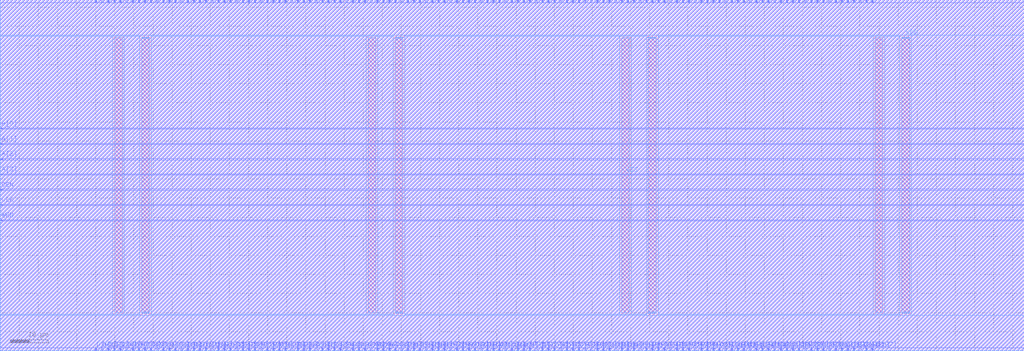
<source format=lef>
##
## LEF for PtnCells ;
## created by Innovus v15.23-s045_1 on Fri Mar 21 14:36:27 2025
##

VERSION 5.8 ;

BUSBITCHARS "[]" ;
DIVIDERCHAR "/" ;

MACRO sram_w16
  CLASS BLOCK ;
  SIZE 268.0000 BY 92.0000 ;
  FOREIGN sram_w16 0.0000 0.0000 ;
  ORIGIN 0 0 ;
  SYMMETRY X Y R90 ;
  PIN CLK
    DIRECTION INPUT ;
    USE SIGNAL ;
    PORT
      LAYER M3 ;
        RECT 0.0000 38.1500 0.6000 38.2500 ;
    END
  END CLK
  PIN D[127]
    DIRECTION INPUT ;
    USE SIGNAL ;
    PORT
      LAYER M3 ;
        RECT 228.2500 0.0000 228.3500 0.6000 ;
    END
  END D[127]
  PIN D[126]
    DIRECTION INPUT ;
    USE SIGNAL ;
    PORT
      LAYER M3 ;
        RECT 226.6500 0.0000 226.7500 0.6000 ;
    END
  END D[126]
  PIN D[125]
    DIRECTION INPUT ;
    USE SIGNAL ;
    PORT
      LAYER M3 ;
        RECT 225.0500 0.0000 225.1500 0.6000 ;
    END
  END D[125]
  PIN D[124]
    DIRECTION INPUT ;
    USE SIGNAL ;
    PORT
      LAYER M3 ;
        RECT 223.4500 0.0000 223.5500 0.6000 ;
    END
  END D[124]
  PIN D[123]
    DIRECTION INPUT ;
    USE SIGNAL ;
    PORT
      LAYER M3 ;
        RECT 221.8500 0.0000 221.9500 0.6000 ;
    END
  END D[123]
  PIN D[122]
    DIRECTION INPUT ;
    USE SIGNAL ;
    PORT
      LAYER M3 ;
        RECT 220.2500 0.0000 220.3500 0.6000 ;
    END
  END D[122]
  PIN D[121]
    DIRECTION INPUT ;
    USE SIGNAL ;
    PORT
      LAYER M3 ;
        RECT 218.6500 0.0000 218.7500 0.6000 ;
    END
  END D[121]
  PIN D[120]
    DIRECTION INPUT ;
    USE SIGNAL ;
    PORT
      LAYER M3 ;
        RECT 217.0500 0.0000 217.1500 0.6000 ;
    END
  END D[120]
  PIN D[119]
    DIRECTION INPUT ;
    USE SIGNAL ;
    PORT
      LAYER M3 ;
        RECT 215.4500 0.0000 215.5500 0.6000 ;
    END
  END D[119]
  PIN D[118]
    DIRECTION INPUT ;
    USE SIGNAL ;
    PORT
      LAYER M3 ;
        RECT 213.8500 0.0000 213.9500 0.6000 ;
    END
  END D[118]
  PIN D[117]
    DIRECTION INPUT ;
    USE SIGNAL ;
    PORT
      LAYER M3 ;
        RECT 212.2500 0.0000 212.3500 0.6000 ;
    END
  END D[117]
  PIN D[116]
    DIRECTION INPUT ;
    USE SIGNAL ;
    PORT
      LAYER M3 ;
        RECT 210.6500 0.0000 210.7500 0.6000 ;
    END
  END D[116]
  PIN D[115]
    DIRECTION INPUT ;
    USE SIGNAL ;
    PORT
      LAYER M3 ;
        RECT 209.0500 0.0000 209.1500 0.6000 ;
    END
  END D[115]
  PIN D[114]
    DIRECTION INPUT ;
    USE SIGNAL ;
    PORT
      LAYER M3 ;
        RECT 207.4500 0.0000 207.5500 0.6000 ;
    END
  END D[114]
  PIN D[113]
    DIRECTION INPUT ;
    USE SIGNAL ;
    PORT
      LAYER M3 ;
        RECT 205.8500 0.0000 205.9500 0.6000 ;
    END
  END D[113]
  PIN D[112]
    DIRECTION INPUT ;
    USE SIGNAL ;
    PORT
      LAYER M3 ;
        RECT 204.2500 0.0000 204.3500 0.6000 ;
    END
  END D[112]
  PIN D[111]
    DIRECTION INPUT ;
    USE SIGNAL ;
    PORT
      LAYER M3 ;
        RECT 202.6500 0.0000 202.7500 0.6000 ;
    END
  END D[111]
  PIN D[110]
    DIRECTION INPUT ;
    USE SIGNAL ;
    PORT
      LAYER M3 ;
        RECT 201.0500 0.0000 201.1500 0.6000 ;
    END
  END D[110]
  PIN D[109]
    DIRECTION INPUT ;
    USE SIGNAL ;
    PORT
      LAYER M3 ;
        RECT 199.4500 0.0000 199.5500 0.6000 ;
    END
  END D[109]
  PIN D[108]
    DIRECTION INPUT ;
    USE SIGNAL ;
    PORT
      LAYER M3 ;
        RECT 197.8500 0.0000 197.9500 0.6000 ;
    END
  END D[108]
  PIN D[107]
    DIRECTION INPUT ;
    USE SIGNAL ;
    PORT
      LAYER M3 ;
        RECT 196.2500 0.0000 196.3500 0.6000 ;
    END
  END D[107]
  PIN D[106]
    DIRECTION INPUT ;
    USE SIGNAL ;
    PORT
      LAYER M3 ;
        RECT 194.6500 0.0000 194.7500 0.6000 ;
    END
  END D[106]
  PIN D[105]
    DIRECTION INPUT ;
    USE SIGNAL ;
    PORT
      LAYER M3 ;
        RECT 193.0500 0.0000 193.1500 0.6000 ;
    END
  END D[105]
  PIN D[104]
    DIRECTION INPUT ;
    USE SIGNAL ;
    PORT
      LAYER M3 ;
        RECT 191.4500 0.0000 191.5500 0.6000 ;
    END
  END D[104]
  PIN D[103]
    DIRECTION INPUT ;
    USE SIGNAL ;
    PORT
      LAYER M3 ;
        RECT 189.8500 0.0000 189.9500 0.6000 ;
    END
  END D[103]
  PIN D[102]
    DIRECTION INPUT ;
    USE SIGNAL ;
    PORT
      LAYER M3 ;
        RECT 188.2500 0.0000 188.3500 0.6000 ;
    END
  END D[102]
  PIN D[101]
    DIRECTION INPUT ;
    USE SIGNAL ;
    PORT
      LAYER M3 ;
        RECT 186.6500 0.0000 186.7500 0.6000 ;
    END
  END D[101]
  PIN D[100]
    DIRECTION INPUT ;
    USE SIGNAL ;
    PORT
      LAYER M3 ;
        RECT 185.0500 0.0000 185.1500 0.6000 ;
    END
  END D[100]
  PIN D[99]
    DIRECTION INPUT ;
    USE SIGNAL ;
    PORT
      LAYER M3 ;
        RECT 183.4500 0.0000 183.5500 0.6000 ;
    END
  END D[99]
  PIN D[98]
    DIRECTION INPUT ;
    USE SIGNAL ;
    PORT
      LAYER M3 ;
        RECT 181.8500 0.0000 181.9500 0.6000 ;
    END
  END D[98]
  PIN D[97]
    DIRECTION INPUT ;
    USE SIGNAL ;
    PORT
      LAYER M3 ;
        RECT 180.2500 0.0000 180.3500 0.6000 ;
    END
  END D[97]
  PIN D[96]
    DIRECTION INPUT ;
    USE SIGNAL ;
    PORT
      LAYER M3 ;
        RECT 178.6500 0.0000 178.7500 0.6000 ;
    END
  END D[96]
  PIN D[95]
    DIRECTION INPUT ;
    USE SIGNAL ;
    PORT
      LAYER M3 ;
        RECT 177.0500 0.0000 177.1500 0.6000 ;
    END
  END D[95]
  PIN D[94]
    DIRECTION INPUT ;
    USE SIGNAL ;
    PORT
      LAYER M3 ;
        RECT 175.4500 0.0000 175.5500 0.6000 ;
    END
  END D[94]
  PIN D[93]
    DIRECTION INPUT ;
    USE SIGNAL ;
    PORT
      LAYER M3 ;
        RECT 173.8500 0.0000 173.9500 0.6000 ;
    END
  END D[93]
  PIN D[92]
    DIRECTION INPUT ;
    USE SIGNAL ;
    PORT
      LAYER M3 ;
        RECT 172.2500 0.0000 172.3500 0.6000 ;
    END
  END D[92]
  PIN D[91]
    DIRECTION INPUT ;
    USE SIGNAL ;
    PORT
      LAYER M3 ;
        RECT 170.6500 0.0000 170.7500 0.6000 ;
    END
  END D[91]
  PIN D[90]
    DIRECTION INPUT ;
    USE SIGNAL ;
    PORT
      LAYER M3 ;
        RECT 169.0500 0.0000 169.1500 0.6000 ;
    END
  END D[90]
  PIN D[89]
    DIRECTION INPUT ;
    USE SIGNAL ;
    PORT
      LAYER M3 ;
        RECT 167.4500 0.0000 167.5500 0.6000 ;
    END
  END D[89]
  PIN D[88]
    DIRECTION INPUT ;
    USE SIGNAL ;
    PORT
      LAYER M3 ;
        RECT 165.8500 0.0000 165.9500 0.6000 ;
    END
  END D[88]
  PIN D[87]
    DIRECTION INPUT ;
    USE SIGNAL ;
    PORT
      LAYER M3 ;
        RECT 164.2500 0.0000 164.3500 0.6000 ;
    END
  END D[87]
  PIN D[86]
    DIRECTION INPUT ;
    USE SIGNAL ;
    PORT
      LAYER M3 ;
        RECT 162.6500 0.0000 162.7500 0.6000 ;
    END
  END D[86]
  PIN D[85]
    DIRECTION INPUT ;
    USE SIGNAL ;
    PORT
      LAYER M3 ;
        RECT 161.0500 0.0000 161.1500 0.6000 ;
    END
  END D[85]
  PIN D[84]
    DIRECTION INPUT ;
    USE SIGNAL ;
    PORT
      LAYER M3 ;
        RECT 159.4500 0.0000 159.5500 0.6000 ;
    END
  END D[84]
  PIN D[83]
    DIRECTION INPUT ;
    USE SIGNAL ;
    PORT
      LAYER M3 ;
        RECT 157.8500 0.0000 157.9500 0.6000 ;
    END
  END D[83]
  PIN D[82]
    DIRECTION INPUT ;
    USE SIGNAL ;
    PORT
      LAYER M3 ;
        RECT 156.2500 0.0000 156.3500 0.6000 ;
    END
  END D[82]
  PIN D[81]
    DIRECTION INPUT ;
    USE SIGNAL ;
    PORT
      LAYER M3 ;
        RECT 154.6500 0.0000 154.7500 0.6000 ;
    END
  END D[81]
  PIN D[80]
    DIRECTION INPUT ;
    USE SIGNAL ;
    PORT
      LAYER M3 ;
        RECT 153.0500 0.0000 153.1500 0.6000 ;
    END
  END D[80]
  PIN D[79]
    DIRECTION INPUT ;
    USE SIGNAL ;
    PORT
      LAYER M3 ;
        RECT 151.4500 0.0000 151.5500 0.6000 ;
    END
  END D[79]
  PIN D[78]
    DIRECTION INPUT ;
    USE SIGNAL ;
    PORT
      LAYER M3 ;
        RECT 149.8500 0.0000 149.9500 0.6000 ;
    END
  END D[78]
  PIN D[77]
    DIRECTION INPUT ;
    USE SIGNAL ;
    PORT
      LAYER M3 ;
        RECT 148.2500 0.0000 148.3500 0.6000 ;
    END
  END D[77]
  PIN D[76]
    DIRECTION INPUT ;
    USE SIGNAL ;
    PORT
      LAYER M3 ;
        RECT 146.6500 0.0000 146.7500 0.6000 ;
    END
  END D[76]
  PIN D[75]
    DIRECTION INPUT ;
    USE SIGNAL ;
    PORT
      LAYER M3 ;
        RECT 145.0500 0.0000 145.1500 0.6000 ;
    END
  END D[75]
  PIN D[74]
    DIRECTION INPUT ;
    USE SIGNAL ;
    PORT
      LAYER M3 ;
        RECT 143.4500 0.0000 143.5500 0.6000 ;
    END
  END D[74]
  PIN D[73]
    DIRECTION INPUT ;
    USE SIGNAL ;
    PORT
      LAYER M3 ;
        RECT 141.8500 0.0000 141.9500 0.6000 ;
    END
  END D[73]
  PIN D[72]
    DIRECTION INPUT ;
    USE SIGNAL ;
    PORT
      LAYER M3 ;
        RECT 140.2500 0.0000 140.3500 0.6000 ;
    END
  END D[72]
  PIN D[71]
    DIRECTION INPUT ;
    USE SIGNAL ;
    PORT
      LAYER M3 ;
        RECT 138.6500 0.0000 138.7500 0.6000 ;
    END
  END D[71]
  PIN D[70]
    DIRECTION INPUT ;
    USE SIGNAL ;
    PORT
      LAYER M3 ;
        RECT 137.0500 0.0000 137.1500 0.6000 ;
    END
  END D[70]
  PIN D[69]
    DIRECTION INPUT ;
    USE SIGNAL ;
    PORT
      LAYER M3 ;
        RECT 135.4500 0.0000 135.5500 0.6000 ;
    END
  END D[69]
  PIN D[68]
    DIRECTION INPUT ;
    USE SIGNAL ;
    PORT
      LAYER M3 ;
        RECT 133.8500 0.0000 133.9500 0.6000 ;
    END
  END D[68]
  PIN D[67]
    DIRECTION INPUT ;
    USE SIGNAL ;
    PORT
      LAYER M3 ;
        RECT 132.2500 0.0000 132.3500 0.6000 ;
    END
  END D[67]
  PIN D[66]
    DIRECTION INPUT ;
    USE SIGNAL ;
    PORT
      LAYER M3 ;
        RECT 130.6500 0.0000 130.7500 0.6000 ;
    END
  END D[66]
  PIN D[65]
    DIRECTION INPUT ;
    USE SIGNAL ;
    PORT
      LAYER M3 ;
        RECT 129.0500 0.0000 129.1500 0.6000 ;
    END
  END D[65]
  PIN D[64]
    DIRECTION INPUT ;
    USE SIGNAL ;
    PORT
      LAYER M3 ;
        RECT 127.4500 0.0000 127.5500 0.6000 ;
    END
  END D[64]
  PIN D[63]
    DIRECTION INPUT ;
    USE SIGNAL ;
    PORT
      LAYER M3 ;
        RECT 125.8500 0.0000 125.9500 0.6000 ;
    END
  END D[63]
  PIN D[62]
    DIRECTION INPUT ;
    USE SIGNAL ;
    PORT
      LAYER M3 ;
        RECT 124.2500 0.0000 124.3500 0.6000 ;
    END
  END D[62]
  PIN D[61]
    DIRECTION INPUT ;
    USE SIGNAL ;
    PORT
      LAYER M3 ;
        RECT 122.6500 0.0000 122.7500 0.6000 ;
    END
  END D[61]
  PIN D[60]
    DIRECTION INPUT ;
    USE SIGNAL ;
    PORT
      LAYER M3 ;
        RECT 121.0500 0.0000 121.1500 0.6000 ;
    END
  END D[60]
  PIN D[59]
    DIRECTION INPUT ;
    USE SIGNAL ;
    PORT
      LAYER M3 ;
        RECT 119.4500 0.0000 119.5500 0.6000 ;
    END
  END D[59]
  PIN D[58]
    DIRECTION INPUT ;
    USE SIGNAL ;
    PORT
      LAYER M3 ;
        RECT 117.8500 0.0000 117.9500 0.6000 ;
    END
  END D[58]
  PIN D[57]
    DIRECTION INPUT ;
    USE SIGNAL ;
    PORT
      LAYER M3 ;
        RECT 116.2500 0.0000 116.3500 0.6000 ;
    END
  END D[57]
  PIN D[56]
    DIRECTION INPUT ;
    USE SIGNAL ;
    PORT
      LAYER M3 ;
        RECT 114.6500 0.0000 114.7500 0.6000 ;
    END
  END D[56]
  PIN D[55]
    DIRECTION INPUT ;
    USE SIGNAL ;
    PORT
      LAYER M3 ;
        RECT 113.0500 0.0000 113.1500 0.6000 ;
    END
  END D[55]
  PIN D[54]
    DIRECTION INPUT ;
    USE SIGNAL ;
    PORT
      LAYER M3 ;
        RECT 111.4500 0.0000 111.5500 0.6000 ;
    END
  END D[54]
  PIN D[53]
    DIRECTION INPUT ;
    USE SIGNAL ;
    PORT
      LAYER M3 ;
        RECT 109.8500 0.0000 109.9500 0.6000 ;
    END
  END D[53]
  PIN D[52]
    DIRECTION INPUT ;
    USE SIGNAL ;
    PORT
      LAYER M3 ;
        RECT 108.2500 0.0000 108.3500 0.6000 ;
    END
  END D[52]
  PIN D[51]
    DIRECTION INPUT ;
    USE SIGNAL ;
    PORT
      LAYER M3 ;
        RECT 106.6500 0.0000 106.7500 0.6000 ;
    END
  END D[51]
  PIN D[50]
    DIRECTION INPUT ;
    USE SIGNAL ;
    PORT
      LAYER M3 ;
        RECT 105.0500 0.0000 105.1500 0.6000 ;
    END
  END D[50]
  PIN D[49]
    DIRECTION INPUT ;
    USE SIGNAL ;
    PORT
      LAYER M3 ;
        RECT 103.4500 0.0000 103.5500 0.6000 ;
    END
  END D[49]
  PIN D[48]
    DIRECTION INPUT ;
    USE SIGNAL ;
    PORT
      LAYER M3 ;
        RECT 101.8500 0.0000 101.9500 0.6000 ;
    END
  END D[48]
  PIN D[47]
    DIRECTION INPUT ;
    USE SIGNAL ;
    PORT
      LAYER M3 ;
        RECT 100.2500 0.0000 100.3500 0.6000 ;
    END
  END D[47]
  PIN D[46]
    DIRECTION INPUT ;
    USE SIGNAL ;
    PORT
      LAYER M3 ;
        RECT 98.6500 0.0000 98.7500 0.6000 ;
    END
  END D[46]
  PIN D[45]
    DIRECTION INPUT ;
    USE SIGNAL ;
    PORT
      LAYER M3 ;
        RECT 97.0500 0.0000 97.1500 0.6000 ;
    END
  END D[45]
  PIN D[44]
    DIRECTION INPUT ;
    USE SIGNAL ;
    PORT
      LAYER M3 ;
        RECT 95.4500 0.0000 95.5500 0.6000 ;
    END
  END D[44]
  PIN D[43]
    DIRECTION INPUT ;
    USE SIGNAL ;
    PORT
      LAYER M3 ;
        RECT 93.8500 0.0000 93.9500 0.6000 ;
    END
  END D[43]
  PIN D[42]
    DIRECTION INPUT ;
    USE SIGNAL ;
    PORT
      LAYER M3 ;
        RECT 92.2500 0.0000 92.3500 0.6000 ;
    END
  END D[42]
  PIN D[41]
    DIRECTION INPUT ;
    USE SIGNAL ;
    PORT
      LAYER M3 ;
        RECT 90.6500 0.0000 90.7500 0.6000 ;
    END
  END D[41]
  PIN D[40]
    DIRECTION INPUT ;
    USE SIGNAL ;
    PORT
      LAYER M3 ;
        RECT 89.0500 0.0000 89.1500 0.6000 ;
    END
  END D[40]
  PIN D[39]
    DIRECTION INPUT ;
    USE SIGNAL ;
    PORT
      LAYER M3 ;
        RECT 87.4500 0.0000 87.5500 0.6000 ;
    END
  END D[39]
  PIN D[38]
    DIRECTION INPUT ;
    USE SIGNAL ;
    PORT
      LAYER M3 ;
        RECT 85.8500 0.0000 85.9500 0.6000 ;
    END
  END D[38]
  PIN D[37]
    DIRECTION INPUT ;
    USE SIGNAL ;
    PORT
      LAYER M3 ;
        RECT 84.2500 0.0000 84.3500 0.6000 ;
    END
  END D[37]
  PIN D[36]
    DIRECTION INPUT ;
    USE SIGNAL ;
    PORT
      LAYER M3 ;
        RECT 82.6500 0.0000 82.7500 0.6000 ;
    END
  END D[36]
  PIN D[35]
    DIRECTION INPUT ;
    USE SIGNAL ;
    PORT
      LAYER M3 ;
        RECT 81.0500 0.0000 81.1500 0.6000 ;
    END
  END D[35]
  PIN D[34]
    DIRECTION INPUT ;
    USE SIGNAL ;
    PORT
      LAYER M3 ;
        RECT 79.4500 0.0000 79.5500 0.6000 ;
    END
  END D[34]
  PIN D[33]
    DIRECTION INPUT ;
    USE SIGNAL ;
    PORT
      LAYER M3 ;
        RECT 77.8500 0.0000 77.9500 0.6000 ;
    END
  END D[33]
  PIN D[32]
    DIRECTION INPUT ;
    USE SIGNAL ;
    PORT
      LAYER M3 ;
        RECT 76.2500 0.0000 76.3500 0.6000 ;
    END
  END D[32]
  PIN D[31]
    DIRECTION INPUT ;
    USE SIGNAL ;
    PORT
      LAYER M3 ;
        RECT 74.6500 0.0000 74.7500 0.6000 ;
    END
  END D[31]
  PIN D[30]
    DIRECTION INPUT ;
    USE SIGNAL ;
    PORT
      LAYER M3 ;
        RECT 73.0500 0.0000 73.1500 0.6000 ;
    END
  END D[30]
  PIN D[29]
    DIRECTION INPUT ;
    USE SIGNAL ;
    PORT
      LAYER M3 ;
        RECT 71.4500 0.0000 71.5500 0.6000 ;
    END
  END D[29]
  PIN D[28]
    DIRECTION INPUT ;
    USE SIGNAL ;
    PORT
      LAYER M3 ;
        RECT 69.8500 0.0000 69.9500 0.6000 ;
    END
  END D[28]
  PIN D[27]
    DIRECTION INPUT ;
    USE SIGNAL ;
    PORT
      LAYER M3 ;
        RECT 68.2500 0.0000 68.3500 0.6000 ;
    END
  END D[27]
  PIN D[26]
    DIRECTION INPUT ;
    USE SIGNAL ;
    PORT
      LAYER M3 ;
        RECT 66.6500 0.0000 66.7500 0.6000 ;
    END
  END D[26]
  PIN D[25]
    DIRECTION INPUT ;
    USE SIGNAL ;
    PORT
      LAYER M3 ;
        RECT 65.0500 0.0000 65.1500 0.6000 ;
    END
  END D[25]
  PIN D[24]
    DIRECTION INPUT ;
    USE SIGNAL ;
    PORT
      LAYER M3 ;
        RECT 63.4500 0.0000 63.5500 0.6000 ;
    END
  END D[24]
  PIN D[23]
    DIRECTION INPUT ;
    USE SIGNAL ;
    PORT
      LAYER M3 ;
        RECT 61.8500 0.0000 61.9500 0.6000 ;
    END
  END D[23]
  PIN D[22]
    DIRECTION INPUT ;
    USE SIGNAL ;
    PORT
      LAYER M3 ;
        RECT 60.2500 0.0000 60.3500 0.6000 ;
    END
  END D[22]
  PIN D[21]
    DIRECTION INPUT ;
    USE SIGNAL ;
    PORT
      LAYER M3 ;
        RECT 58.6500 0.0000 58.7500 0.6000 ;
    END
  END D[21]
  PIN D[20]
    DIRECTION INPUT ;
    USE SIGNAL ;
    PORT
      LAYER M3 ;
        RECT 57.0500 0.0000 57.1500 0.6000 ;
    END
  END D[20]
  PIN D[19]
    DIRECTION INPUT ;
    USE SIGNAL ;
    PORT
      LAYER M3 ;
        RECT 55.4500 0.0000 55.5500 0.6000 ;
    END
  END D[19]
  PIN D[18]
    DIRECTION INPUT ;
    USE SIGNAL ;
    PORT
      LAYER M3 ;
        RECT 53.8500 0.0000 53.9500 0.6000 ;
    END
  END D[18]
  PIN D[17]
    DIRECTION INPUT ;
    USE SIGNAL ;
    PORT
      LAYER M3 ;
        RECT 52.2500 0.0000 52.3500 0.6000 ;
    END
  END D[17]
  PIN D[16]
    DIRECTION INPUT ;
    USE SIGNAL ;
    PORT
      LAYER M3 ;
        RECT 50.6500 0.0000 50.7500 0.6000 ;
    END
  END D[16]
  PIN D[15]
    DIRECTION INPUT ;
    USE SIGNAL ;
    PORT
      LAYER M3 ;
        RECT 49.0500 0.0000 49.1500 0.6000 ;
    END
  END D[15]
  PIN D[14]
    DIRECTION INPUT ;
    USE SIGNAL ;
    PORT
      LAYER M3 ;
        RECT 47.4500 0.0000 47.5500 0.6000 ;
    END
  END D[14]
  PIN D[13]
    DIRECTION INPUT ;
    USE SIGNAL ;
    PORT
      LAYER M3 ;
        RECT 45.8500 0.0000 45.9500 0.6000 ;
    END
  END D[13]
  PIN D[12]
    DIRECTION INPUT ;
    USE SIGNAL ;
    PORT
      LAYER M3 ;
        RECT 44.2500 0.0000 44.3500 0.6000 ;
    END
  END D[12]
  PIN D[11]
    DIRECTION INPUT ;
    USE SIGNAL ;
    PORT
      LAYER M3 ;
        RECT 42.6500 0.0000 42.7500 0.6000 ;
    END
  END D[11]
  PIN D[10]
    DIRECTION INPUT ;
    USE SIGNAL ;
    PORT
      LAYER M3 ;
        RECT 41.0500 0.0000 41.1500 0.6000 ;
    END
  END D[10]
  PIN D[9]
    DIRECTION INPUT ;
    USE SIGNAL ;
    PORT
      LAYER M3 ;
        RECT 39.4500 0.0000 39.5500 0.6000 ;
    END
  END D[9]
  PIN D[8]
    DIRECTION INPUT ;
    USE SIGNAL ;
    PORT
      LAYER M3 ;
        RECT 37.8500 0.0000 37.9500 0.6000 ;
    END
  END D[8]
  PIN D[7]
    DIRECTION INPUT ;
    USE SIGNAL ;
    PORT
      LAYER M3 ;
        RECT 36.2500 0.0000 36.3500 0.6000 ;
    END
  END D[7]
  PIN D[6]
    DIRECTION INPUT ;
    USE SIGNAL ;
    PORT
      LAYER M3 ;
        RECT 34.6500 0.0000 34.7500 0.6000 ;
    END
  END D[6]
  PIN D[5]
    DIRECTION INPUT ;
    USE SIGNAL ;
    PORT
      LAYER M3 ;
        RECT 33.0500 0.0000 33.1500 0.6000 ;
    END
  END D[5]
  PIN D[4]
    DIRECTION INPUT ;
    USE SIGNAL ;
    PORT
      LAYER M3 ;
        RECT 31.4500 0.0000 31.5500 0.6000 ;
    END
  END D[4]
  PIN D[3]
    DIRECTION INPUT ;
    USE SIGNAL ;
    PORT
      LAYER M3 ;
        RECT 29.8500 0.0000 29.9500 0.6000 ;
    END
  END D[3]
  PIN D[2]
    DIRECTION INPUT ;
    USE SIGNAL ;
    PORT
      LAYER M3 ;
        RECT 28.2500 0.0000 28.3500 0.6000 ;
    END
  END D[2]
  PIN D[1]
    DIRECTION INPUT ;
    USE SIGNAL ;
    PORT
      LAYER M3 ;
        RECT 26.6500 0.0000 26.7500 0.6000 ;
    END
  END D[1]
  PIN D[0]
    DIRECTION INPUT ;
    USE SIGNAL ;
    PORT
      LAYER M3 ;
        RECT 25.0500 0.0000 25.1500 0.6000 ;
    END
  END D[0]
  PIN Q[127]
    DIRECTION OUTPUT ;
    USE SIGNAL ;
    PORT
      LAYER M3 ;
        RECT 228.2500 91.4000 228.3500 92.0000 ;
    END
  END Q[127]
  PIN Q[126]
    DIRECTION OUTPUT ;
    USE SIGNAL ;
    PORT
      LAYER M3 ;
        RECT 226.6500 91.4000 226.7500 92.0000 ;
    END
  END Q[126]
  PIN Q[125]
    DIRECTION OUTPUT ;
    USE SIGNAL ;
    PORT
      LAYER M3 ;
        RECT 225.0500 91.4000 225.1500 92.0000 ;
    END
  END Q[125]
  PIN Q[124]
    DIRECTION OUTPUT ;
    USE SIGNAL ;
    PORT
      LAYER M3 ;
        RECT 223.4500 91.4000 223.5500 92.0000 ;
    END
  END Q[124]
  PIN Q[123]
    DIRECTION OUTPUT ;
    USE SIGNAL ;
    PORT
      LAYER M3 ;
        RECT 221.8500 91.4000 221.9500 92.0000 ;
    END
  END Q[123]
  PIN Q[122]
    DIRECTION OUTPUT ;
    USE SIGNAL ;
    PORT
      LAYER M3 ;
        RECT 220.2500 91.4000 220.3500 92.0000 ;
    END
  END Q[122]
  PIN Q[121]
    DIRECTION OUTPUT ;
    USE SIGNAL ;
    PORT
      LAYER M3 ;
        RECT 218.6500 91.4000 218.7500 92.0000 ;
    END
  END Q[121]
  PIN Q[120]
    DIRECTION OUTPUT ;
    USE SIGNAL ;
    PORT
      LAYER M3 ;
        RECT 217.0500 91.4000 217.1500 92.0000 ;
    END
  END Q[120]
  PIN Q[119]
    DIRECTION OUTPUT ;
    USE SIGNAL ;
    PORT
      LAYER M3 ;
        RECT 215.4500 91.4000 215.5500 92.0000 ;
    END
  END Q[119]
  PIN Q[118]
    DIRECTION OUTPUT ;
    USE SIGNAL ;
    PORT
      LAYER M3 ;
        RECT 213.8500 91.4000 213.9500 92.0000 ;
    END
  END Q[118]
  PIN Q[117]
    DIRECTION OUTPUT ;
    USE SIGNAL ;
    PORT
      LAYER M3 ;
        RECT 212.2500 91.4000 212.3500 92.0000 ;
    END
  END Q[117]
  PIN Q[116]
    DIRECTION OUTPUT ;
    USE SIGNAL ;
    PORT
      LAYER M3 ;
        RECT 210.6500 91.4000 210.7500 92.0000 ;
    END
  END Q[116]
  PIN Q[115]
    DIRECTION OUTPUT ;
    USE SIGNAL ;
    PORT
      LAYER M3 ;
        RECT 209.0500 91.4000 209.1500 92.0000 ;
    END
  END Q[115]
  PIN Q[114]
    DIRECTION OUTPUT ;
    USE SIGNAL ;
    PORT
      LAYER M3 ;
        RECT 207.4500 91.4000 207.5500 92.0000 ;
    END
  END Q[114]
  PIN Q[113]
    DIRECTION OUTPUT ;
    USE SIGNAL ;
    PORT
      LAYER M3 ;
        RECT 205.8500 91.4000 205.9500 92.0000 ;
    END
  END Q[113]
  PIN Q[112]
    DIRECTION OUTPUT ;
    USE SIGNAL ;
    PORT
      LAYER M3 ;
        RECT 204.2500 91.4000 204.3500 92.0000 ;
    END
  END Q[112]
  PIN Q[111]
    DIRECTION OUTPUT ;
    USE SIGNAL ;
    PORT
      LAYER M3 ;
        RECT 202.6500 91.4000 202.7500 92.0000 ;
    END
  END Q[111]
  PIN Q[110]
    DIRECTION OUTPUT ;
    USE SIGNAL ;
    PORT
      LAYER M3 ;
        RECT 201.0500 91.4000 201.1500 92.0000 ;
    END
  END Q[110]
  PIN Q[109]
    DIRECTION OUTPUT ;
    USE SIGNAL ;
    PORT
      LAYER M3 ;
        RECT 199.4500 91.4000 199.5500 92.0000 ;
    END
  END Q[109]
  PIN Q[108]
    DIRECTION OUTPUT ;
    USE SIGNAL ;
    PORT
      LAYER M3 ;
        RECT 197.8500 91.4000 197.9500 92.0000 ;
    END
  END Q[108]
  PIN Q[107]
    DIRECTION OUTPUT ;
    USE SIGNAL ;
    PORT
      LAYER M3 ;
        RECT 196.2500 91.4000 196.3500 92.0000 ;
    END
  END Q[107]
  PIN Q[106]
    DIRECTION OUTPUT ;
    USE SIGNAL ;
    PORT
      LAYER M3 ;
        RECT 194.6500 91.4000 194.7500 92.0000 ;
    END
  END Q[106]
  PIN Q[105]
    DIRECTION OUTPUT ;
    USE SIGNAL ;
    PORT
      LAYER M3 ;
        RECT 193.0500 91.4000 193.1500 92.0000 ;
    END
  END Q[105]
  PIN Q[104]
    DIRECTION OUTPUT ;
    USE SIGNAL ;
    PORT
      LAYER M3 ;
        RECT 191.4500 91.4000 191.5500 92.0000 ;
    END
  END Q[104]
  PIN Q[103]
    DIRECTION OUTPUT ;
    USE SIGNAL ;
    PORT
      LAYER M3 ;
        RECT 189.8500 91.4000 189.9500 92.0000 ;
    END
  END Q[103]
  PIN Q[102]
    DIRECTION OUTPUT ;
    USE SIGNAL ;
    PORT
      LAYER M3 ;
        RECT 188.2500 91.4000 188.3500 92.0000 ;
    END
  END Q[102]
  PIN Q[101]
    DIRECTION OUTPUT ;
    USE SIGNAL ;
    PORT
      LAYER M3 ;
        RECT 186.6500 91.4000 186.7500 92.0000 ;
    END
  END Q[101]
  PIN Q[100]
    DIRECTION OUTPUT ;
    USE SIGNAL ;
    PORT
      LAYER M3 ;
        RECT 185.0500 91.4000 185.1500 92.0000 ;
    END
  END Q[100]
  PIN Q[99]
    DIRECTION OUTPUT ;
    USE SIGNAL ;
    PORT
      LAYER M3 ;
        RECT 183.4500 91.4000 183.5500 92.0000 ;
    END
  END Q[99]
  PIN Q[98]
    DIRECTION OUTPUT ;
    USE SIGNAL ;
    PORT
      LAYER M3 ;
        RECT 181.8500 91.4000 181.9500 92.0000 ;
    END
  END Q[98]
  PIN Q[97]
    DIRECTION OUTPUT ;
    USE SIGNAL ;
    PORT
      LAYER M3 ;
        RECT 180.2500 91.4000 180.3500 92.0000 ;
    END
  END Q[97]
  PIN Q[96]
    DIRECTION OUTPUT ;
    USE SIGNAL ;
    PORT
      LAYER M3 ;
        RECT 178.6500 91.4000 178.7500 92.0000 ;
    END
  END Q[96]
  PIN Q[95]
    DIRECTION OUTPUT ;
    USE SIGNAL ;
    PORT
      LAYER M3 ;
        RECT 177.0500 91.4000 177.1500 92.0000 ;
    END
  END Q[95]
  PIN Q[94]
    DIRECTION OUTPUT ;
    USE SIGNAL ;
    PORT
      LAYER M3 ;
        RECT 175.4500 91.4000 175.5500 92.0000 ;
    END
  END Q[94]
  PIN Q[93]
    DIRECTION OUTPUT ;
    USE SIGNAL ;
    PORT
      LAYER M3 ;
        RECT 173.8500 91.4000 173.9500 92.0000 ;
    END
  END Q[93]
  PIN Q[92]
    DIRECTION OUTPUT ;
    USE SIGNAL ;
    PORT
      LAYER M3 ;
        RECT 172.2500 91.4000 172.3500 92.0000 ;
    END
  END Q[92]
  PIN Q[91]
    DIRECTION OUTPUT ;
    USE SIGNAL ;
    PORT
      LAYER M3 ;
        RECT 170.6500 91.4000 170.7500 92.0000 ;
    END
  END Q[91]
  PIN Q[90]
    DIRECTION OUTPUT ;
    USE SIGNAL ;
    PORT
      LAYER M3 ;
        RECT 169.0500 91.4000 169.1500 92.0000 ;
    END
  END Q[90]
  PIN Q[89]
    DIRECTION OUTPUT ;
    USE SIGNAL ;
    PORT
      LAYER M3 ;
        RECT 167.4500 91.4000 167.5500 92.0000 ;
    END
  END Q[89]
  PIN Q[88]
    DIRECTION OUTPUT ;
    USE SIGNAL ;
    PORT
      LAYER M3 ;
        RECT 165.8500 91.4000 165.9500 92.0000 ;
    END
  END Q[88]
  PIN Q[87]
    DIRECTION OUTPUT ;
    USE SIGNAL ;
    PORT
      LAYER M3 ;
        RECT 164.2500 91.4000 164.3500 92.0000 ;
    END
  END Q[87]
  PIN Q[86]
    DIRECTION OUTPUT ;
    USE SIGNAL ;
    PORT
      LAYER M3 ;
        RECT 162.6500 91.4000 162.7500 92.0000 ;
    END
  END Q[86]
  PIN Q[85]
    DIRECTION OUTPUT ;
    USE SIGNAL ;
    PORT
      LAYER M3 ;
        RECT 161.0500 91.4000 161.1500 92.0000 ;
    END
  END Q[85]
  PIN Q[84]
    DIRECTION OUTPUT ;
    USE SIGNAL ;
    PORT
      LAYER M3 ;
        RECT 159.4500 91.4000 159.5500 92.0000 ;
    END
  END Q[84]
  PIN Q[83]
    DIRECTION OUTPUT ;
    USE SIGNAL ;
    PORT
      LAYER M3 ;
        RECT 157.8500 91.4000 157.9500 92.0000 ;
    END
  END Q[83]
  PIN Q[82]
    DIRECTION OUTPUT ;
    USE SIGNAL ;
    PORT
      LAYER M3 ;
        RECT 156.2500 91.4000 156.3500 92.0000 ;
    END
  END Q[82]
  PIN Q[81]
    DIRECTION OUTPUT ;
    USE SIGNAL ;
    PORT
      LAYER M3 ;
        RECT 154.6500 91.4000 154.7500 92.0000 ;
    END
  END Q[81]
  PIN Q[80]
    DIRECTION OUTPUT ;
    USE SIGNAL ;
    PORT
      LAYER M3 ;
        RECT 153.0500 91.4000 153.1500 92.0000 ;
    END
  END Q[80]
  PIN Q[79]
    DIRECTION OUTPUT ;
    USE SIGNAL ;
    PORT
      LAYER M3 ;
        RECT 151.4500 91.4000 151.5500 92.0000 ;
    END
  END Q[79]
  PIN Q[78]
    DIRECTION OUTPUT ;
    USE SIGNAL ;
    PORT
      LAYER M3 ;
        RECT 149.8500 91.4000 149.9500 92.0000 ;
    END
  END Q[78]
  PIN Q[77]
    DIRECTION OUTPUT ;
    USE SIGNAL ;
    PORT
      LAYER M3 ;
        RECT 148.2500 91.4000 148.3500 92.0000 ;
    END
  END Q[77]
  PIN Q[76]
    DIRECTION OUTPUT ;
    USE SIGNAL ;
    PORT
      LAYER M3 ;
        RECT 146.6500 91.4000 146.7500 92.0000 ;
    END
  END Q[76]
  PIN Q[75]
    DIRECTION OUTPUT ;
    USE SIGNAL ;
    PORT
      LAYER M3 ;
        RECT 145.0500 91.4000 145.1500 92.0000 ;
    END
  END Q[75]
  PIN Q[74]
    DIRECTION OUTPUT ;
    USE SIGNAL ;
    PORT
      LAYER M3 ;
        RECT 143.4500 91.4000 143.5500 92.0000 ;
    END
  END Q[74]
  PIN Q[73]
    DIRECTION OUTPUT ;
    USE SIGNAL ;
    PORT
      LAYER M3 ;
        RECT 141.8500 91.4000 141.9500 92.0000 ;
    END
  END Q[73]
  PIN Q[72]
    DIRECTION OUTPUT ;
    USE SIGNAL ;
    PORT
      LAYER M3 ;
        RECT 140.2500 91.4000 140.3500 92.0000 ;
    END
  END Q[72]
  PIN Q[71]
    DIRECTION OUTPUT ;
    USE SIGNAL ;
    PORT
      LAYER M3 ;
        RECT 138.6500 91.4000 138.7500 92.0000 ;
    END
  END Q[71]
  PIN Q[70]
    DIRECTION OUTPUT ;
    USE SIGNAL ;
    PORT
      LAYER M3 ;
        RECT 137.0500 91.4000 137.1500 92.0000 ;
    END
  END Q[70]
  PIN Q[69]
    DIRECTION OUTPUT ;
    USE SIGNAL ;
    PORT
      LAYER M3 ;
        RECT 135.4500 91.4000 135.5500 92.0000 ;
    END
  END Q[69]
  PIN Q[68]
    DIRECTION OUTPUT ;
    USE SIGNAL ;
    PORT
      LAYER M3 ;
        RECT 133.8500 91.4000 133.9500 92.0000 ;
    END
  END Q[68]
  PIN Q[67]
    DIRECTION OUTPUT ;
    USE SIGNAL ;
    PORT
      LAYER M3 ;
        RECT 132.2500 91.4000 132.3500 92.0000 ;
    END
  END Q[67]
  PIN Q[66]
    DIRECTION OUTPUT ;
    USE SIGNAL ;
    PORT
      LAYER M3 ;
        RECT 130.6500 91.4000 130.7500 92.0000 ;
    END
  END Q[66]
  PIN Q[65]
    DIRECTION OUTPUT ;
    USE SIGNAL ;
    PORT
      LAYER M3 ;
        RECT 129.0500 91.4000 129.1500 92.0000 ;
    END
  END Q[65]
  PIN Q[64]
    DIRECTION OUTPUT ;
    USE SIGNAL ;
    PORT
      LAYER M3 ;
        RECT 127.4500 91.4000 127.5500 92.0000 ;
    END
  END Q[64]
  PIN Q[63]
    DIRECTION OUTPUT ;
    USE SIGNAL ;
    PORT
      LAYER M3 ;
        RECT 125.8500 91.4000 125.9500 92.0000 ;
    END
  END Q[63]
  PIN Q[62]
    DIRECTION OUTPUT ;
    USE SIGNAL ;
    PORT
      LAYER M3 ;
        RECT 124.2500 91.4000 124.3500 92.0000 ;
    END
  END Q[62]
  PIN Q[61]
    DIRECTION OUTPUT ;
    USE SIGNAL ;
    PORT
      LAYER M3 ;
        RECT 122.6500 91.4000 122.7500 92.0000 ;
    END
  END Q[61]
  PIN Q[60]
    DIRECTION OUTPUT ;
    USE SIGNAL ;
    PORT
      LAYER M3 ;
        RECT 121.0500 91.4000 121.1500 92.0000 ;
    END
  END Q[60]
  PIN Q[59]
    DIRECTION OUTPUT ;
    USE SIGNAL ;
    PORT
      LAYER M3 ;
        RECT 119.4500 91.4000 119.5500 92.0000 ;
    END
  END Q[59]
  PIN Q[58]
    DIRECTION OUTPUT ;
    USE SIGNAL ;
    PORT
      LAYER M3 ;
        RECT 117.8500 91.4000 117.9500 92.0000 ;
    END
  END Q[58]
  PIN Q[57]
    DIRECTION OUTPUT ;
    USE SIGNAL ;
    PORT
      LAYER M3 ;
        RECT 116.2500 91.4000 116.3500 92.0000 ;
    END
  END Q[57]
  PIN Q[56]
    DIRECTION OUTPUT ;
    USE SIGNAL ;
    PORT
      LAYER M3 ;
        RECT 114.6500 91.4000 114.7500 92.0000 ;
    END
  END Q[56]
  PIN Q[55]
    DIRECTION OUTPUT ;
    USE SIGNAL ;
    PORT
      LAYER M3 ;
        RECT 113.0500 91.4000 113.1500 92.0000 ;
    END
  END Q[55]
  PIN Q[54]
    DIRECTION OUTPUT ;
    USE SIGNAL ;
    PORT
      LAYER M3 ;
        RECT 111.4500 91.4000 111.5500 92.0000 ;
    END
  END Q[54]
  PIN Q[53]
    DIRECTION OUTPUT ;
    USE SIGNAL ;
    PORT
      LAYER M3 ;
        RECT 109.8500 91.4000 109.9500 92.0000 ;
    END
  END Q[53]
  PIN Q[52]
    DIRECTION OUTPUT ;
    USE SIGNAL ;
    PORT
      LAYER M3 ;
        RECT 108.2500 91.4000 108.3500 92.0000 ;
    END
  END Q[52]
  PIN Q[51]
    DIRECTION OUTPUT ;
    USE SIGNAL ;
    PORT
      LAYER M3 ;
        RECT 106.6500 91.4000 106.7500 92.0000 ;
    END
  END Q[51]
  PIN Q[50]
    DIRECTION OUTPUT ;
    USE SIGNAL ;
    PORT
      LAYER M3 ;
        RECT 105.0500 91.4000 105.1500 92.0000 ;
    END
  END Q[50]
  PIN Q[49]
    DIRECTION OUTPUT ;
    USE SIGNAL ;
    PORT
      LAYER M3 ;
        RECT 103.4500 91.4000 103.5500 92.0000 ;
    END
  END Q[49]
  PIN Q[48]
    DIRECTION OUTPUT ;
    USE SIGNAL ;
    PORT
      LAYER M3 ;
        RECT 101.8500 91.4000 101.9500 92.0000 ;
    END
  END Q[48]
  PIN Q[47]
    DIRECTION OUTPUT ;
    USE SIGNAL ;
    PORT
      LAYER M3 ;
        RECT 100.2500 91.4000 100.3500 92.0000 ;
    END
  END Q[47]
  PIN Q[46]
    DIRECTION OUTPUT ;
    USE SIGNAL ;
    PORT
      LAYER M3 ;
        RECT 98.6500 91.4000 98.7500 92.0000 ;
    END
  END Q[46]
  PIN Q[45]
    DIRECTION OUTPUT ;
    USE SIGNAL ;
    PORT
      LAYER M3 ;
        RECT 97.0500 91.4000 97.1500 92.0000 ;
    END
  END Q[45]
  PIN Q[44]
    DIRECTION OUTPUT ;
    USE SIGNAL ;
    PORT
      LAYER M3 ;
        RECT 95.4500 91.4000 95.5500 92.0000 ;
    END
  END Q[44]
  PIN Q[43]
    DIRECTION OUTPUT ;
    USE SIGNAL ;
    PORT
      LAYER M3 ;
        RECT 93.8500 91.4000 93.9500 92.0000 ;
    END
  END Q[43]
  PIN Q[42]
    DIRECTION OUTPUT ;
    USE SIGNAL ;
    PORT
      LAYER M3 ;
        RECT 92.2500 91.4000 92.3500 92.0000 ;
    END
  END Q[42]
  PIN Q[41]
    DIRECTION OUTPUT ;
    USE SIGNAL ;
    PORT
      LAYER M3 ;
        RECT 90.6500 91.4000 90.7500 92.0000 ;
    END
  END Q[41]
  PIN Q[40]
    DIRECTION OUTPUT ;
    USE SIGNAL ;
    PORT
      LAYER M3 ;
        RECT 89.0500 91.4000 89.1500 92.0000 ;
    END
  END Q[40]
  PIN Q[39]
    DIRECTION OUTPUT ;
    USE SIGNAL ;
    PORT
      LAYER M3 ;
        RECT 87.4500 91.4000 87.5500 92.0000 ;
    END
  END Q[39]
  PIN Q[38]
    DIRECTION OUTPUT ;
    USE SIGNAL ;
    PORT
      LAYER M3 ;
        RECT 85.8500 91.4000 85.9500 92.0000 ;
    END
  END Q[38]
  PIN Q[37]
    DIRECTION OUTPUT ;
    USE SIGNAL ;
    PORT
      LAYER M3 ;
        RECT 84.2500 91.4000 84.3500 92.0000 ;
    END
  END Q[37]
  PIN Q[36]
    DIRECTION OUTPUT ;
    USE SIGNAL ;
    PORT
      LAYER M3 ;
        RECT 82.6500 91.4000 82.7500 92.0000 ;
    END
  END Q[36]
  PIN Q[35]
    DIRECTION OUTPUT ;
    USE SIGNAL ;
    PORT
      LAYER M3 ;
        RECT 81.0500 91.4000 81.1500 92.0000 ;
    END
  END Q[35]
  PIN Q[34]
    DIRECTION OUTPUT ;
    USE SIGNAL ;
    PORT
      LAYER M3 ;
        RECT 79.4500 91.4000 79.5500 92.0000 ;
    END
  END Q[34]
  PIN Q[33]
    DIRECTION OUTPUT ;
    USE SIGNAL ;
    PORT
      LAYER M3 ;
        RECT 77.8500 91.4000 77.9500 92.0000 ;
    END
  END Q[33]
  PIN Q[32]
    DIRECTION OUTPUT ;
    USE SIGNAL ;
    PORT
      LAYER M3 ;
        RECT 76.2500 91.4000 76.3500 92.0000 ;
    END
  END Q[32]
  PIN Q[31]
    DIRECTION OUTPUT ;
    USE SIGNAL ;
    PORT
      LAYER M3 ;
        RECT 74.6500 91.4000 74.7500 92.0000 ;
    END
  END Q[31]
  PIN Q[30]
    DIRECTION OUTPUT ;
    USE SIGNAL ;
    PORT
      LAYER M3 ;
        RECT 73.0500 91.4000 73.1500 92.0000 ;
    END
  END Q[30]
  PIN Q[29]
    DIRECTION OUTPUT ;
    USE SIGNAL ;
    PORT
      LAYER M3 ;
        RECT 71.4500 91.4000 71.5500 92.0000 ;
    END
  END Q[29]
  PIN Q[28]
    DIRECTION OUTPUT ;
    USE SIGNAL ;
    PORT
      LAYER M3 ;
        RECT 69.8500 91.4000 69.9500 92.0000 ;
    END
  END Q[28]
  PIN Q[27]
    DIRECTION OUTPUT ;
    USE SIGNAL ;
    PORT
      LAYER M3 ;
        RECT 68.2500 91.4000 68.3500 92.0000 ;
    END
  END Q[27]
  PIN Q[26]
    DIRECTION OUTPUT ;
    USE SIGNAL ;
    PORT
      LAYER M3 ;
        RECT 66.6500 91.4000 66.7500 92.0000 ;
    END
  END Q[26]
  PIN Q[25]
    DIRECTION OUTPUT ;
    USE SIGNAL ;
    PORT
      LAYER M3 ;
        RECT 65.0500 91.4000 65.1500 92.0000 ;
    END
  END Q[25]
  PIN Q[24]
    DIRECTION OUTPUT ;
    USE SIGNAL ;
    PORT
      LAYER M3 ;
        RECT 63.4500 91.4000 63.5500 92.0000 ;
    END
  END Q[24]
  PIN Q[23]
    DIRECTION OUTPUT ;
    USE SIGNAL ;
    PORT
      LAYER M3 ;
        RECT 61.8500 91.4000 61.9500 92.0000 ;
    END
  END Q[23]
  PIN Q[22]
    DIRECTION OUTPUT ;
    USE SIGNAL ;
    PORT
      LAYER M3 ;
        RECT 60.2500 91.4000 60.3500 92.0000 ;
    END
  END Q[22]
  PIN Q[21]
    DIRECTION OUTPUT ;
    USE SIGNAL ;
    PORT
      LAYER M3 ;
        RECT 58.6500 91.4000 58.7500 92.0000 ;
    END
  END Q[21]
  PIN Q[20]
    DIRECTION OUTPUT ;
    USE SIGNAL ;
    PORT
      LAYER M3 ;
        RECT 57.0500 91.4000 57.1500 92.0000 ;
    END
  END Q[20]
  PIN Q[19]
    DIRECTION OUTPUT ;
    USE SIGNAL ;
    PORT
      LAYER M3 ;
        RECT 55.4500 91.4000 55.5500 92.0000 ;
    END
  END Q[19]
  PIN Q[18]
    DIRECTION OUTPUT ;
    USE SIGNAL ;
    PORT
      LAYER M3 ;
        RECT 53.8500 91.4000 53.9500 92.0000 ;
    END
  END Q[18]
  PIN Q[17]
    DIRECTION OUTPUT ;
    USE SIGNAL ;
    PORT
      LAYER M3 ;
        RECT 52.2500 91.4000 52.3500 92.0000 ;
    END
  END Q[17]
  PIN Q[16]
    DIRECTION OUTPUT ;
    USE SIGNAL ;
    PORT
      LAYER M3 ;
        RECT 50.6500 91.4000 50.7500 92.0000 ;
    END
  END Q[16]
  PIN Q[15]
    DIRECTION OUTPUT ;
    USE SIGNAL ;
    PORT
      LAYER M3 ;
        RECT 49.0500 91.4000 49.1500 92.0000 ;
    END
  END Q[15]
  PIN Q[14]
    DIRECTION OUTPUT ;
    USE SIGNAL ;
    PORT
      LAYER M3 ;
        RECT 47.4500 91.4000 47.5500 92.0000 ;
    END
  END Q[14]
  PIN Q[13]
    DIRECTION OUTPUT ;
    USE SIGNAL ;
    PORT
      LAYER M3 ;
        RECT 45.8500 91.4000 45.9500 92.0000 ;
    END
  END Q[13]
  PIN Q[12]
    DIRECTION OUTPUT ;
    USE SIGNAL ;
    PORT
      LAYER M3 ;
        RECT 44.2500 91.4000 44.3500 92.0000 ;
    END
  END Q[12]
  PIN Q[11]
    DIRECTION OUTPUT ;
    USE SIGNAL ;
    PORT
      LAYER M3 ;
        RECT 42.6500 91.4000 42.7500 92.0000 ;
    END
  END Q[11]
  PIN Q[10]
    DIRECTION OUTPUT ;
    USE SIGNAL ;
    PORT
      LAYER M3 ;
        RECT 41.0500 91.4000 41.1500 92.0000 ;
    END
  END Q[10]
  PIN Q[9]
    DIRECTION OUTPUT ;
    USE SIGNAL ;
    PORT
      LAYER M3 ;
        RECT 39.4500 91.4000 39.5500 92.0000 ;
    END
  END Q[9]
  PIN Q[8]
    DIRECTION OUTPUT ;
    USE SIGNAL ;
    PORT
      LAYER M3 ;
        RECT 37.8500 91.4000 37.9500 92.0000 ;
    END
  END Q[8]
  PIN Q[7]
    DIRECTION OUTPUT ;
    USE SIGNAL ;
    PORT
      LAYER M3 ;
        RECT 36.2500 91.4000 36.3500 92.0000 ;
    END
  END Q[7]
  PIN Q[6]
    DIRECTION OUTPUT ;
    USE SIGNAL ;
    PORT
      LAYER M3 ;
        RECT 34.6500 91.4000 34.7500 92.0000 ;
    END
  END Q[6]
  PIN Q[5]
    DIRECTION OUTPUT ;
    USE SIGNAL ;
    PORT
      LAYER M3 ;
        RECT 33.0500 91.4000 33.1500 92.0000 ;
    END
  END Q[5]
  PIN Q[4]
    DIRECTION OUTPUT ;
    USE SIGNAL ;
    PORT
      LAYER M3 ;
        RECT 31.4500 91.4000 31.5500 92.0000 ;
    END
  END Q[4]
  PIN Q[3]
    DIRECTION OUTPUT ;
    USE SIGNAL ;
    PORT
      LAYER M3 ;
        RECT 29.8500 91.4000 29.9500 92.0000 ;
    END
  END Q[3]
  PIN Q[2]
    DIRECTION OUTPUT ;
    USE SIGNAL ;
    PORT
      LAYER M3 ;
        RECT 28.2500 91.4000 28.3500 92.0000 ;
    END
  END Q[2]
  PIN Q[1]
    DIRECTION OUTPUT ;
    USE SIGNAL ;
    PORT
      LAYER M3 ;
        RECT 26.6500 91.4000 26.7500 92.0000 ;
    END
  END Q[1]
  PIN Q[0]
    DIRECTION OUTPUT ;
    USE SIGNAL ;
    PORT
      LAYER M3 ;
        RECT 25.0500 91.4000 25.1500 92.0000 ;
    END
  END Q[0]
  PIN CEN
    DIRECTION INPUT ;
    USE SIGNAL ;
    PORT
      LAYER M3 ;
        RECT 0.0000 42.1500 0.6000 42.2500 ;
    END
  END CEN
  PIN WEN
    DIRECTION INPUT ;
    USE SIGNAL ;
    PORT
      LAYER M3 ;
        RECT 0.0000 34.1500 0.6000 34.2500 ;
    END
  END WEN
  PIN A[3]
    DIRECTION INPUT ;
    USE SIGNAL ;
    PORT
      LAYER M3 ;
        RECT 0.0000 46.1500 0.6000 46.2500 ;
    END
  END A[3]
  PIN A[2]
    DIRECTION INPUT ;
    USE SIGNAL ;
    PORT
      LAYER M3 ;
        RECT 0.0000 50.1500 0.6000 50.2500 ;
    END
  END A[2]
  PIN A[1]
    DIRECTION INPUT ;
    USE SIGNAL ;
    PORT
      LAYER M3 ;
        RECT 0.0000 54.1500 0.6000 54.2500 ;
    END
  END A[1]
  PIN A[0]
    DIRECTION INPUT ;
    USE SIGNAL ;
    PORT
      LAYER M3 ;
        RECT 0.0000 58.1500 0.6000 58.2500 ;
    END
  END A[0]
  PIN VSS
    DIRECTION INOUT ;
    USE GROUND ;

# P/G power stripe data as pin
    PORT
      LAYER M4 ;
        RECT 96.3300 10.0000 98.3300 82.0000 ;
        RECT 30.0000 10.0000 32.0000 82.0000 ;
        RECT 228.9900 10.0000 230.9900 82.0000 ;
        RECT 162.6600 10.0000 164.6600 82.0000 ;
    END
# end of P/G power stripe data as pin

  END VSS
  PIN VDD
    DIRECTION INOUT ;
    USE POWER ;

# P/G power stripe data as pin
    PORT
      LAYER M4 ;
        RECT 103.3300 10.0000 105.3300 82.0000 ;
        RECT 37.0000 10.0000 39.0000 82.0000 ;
        RECT 235.9900 10.0000 237.9900 82.0000 ;
        RECT 169.6600 10.0000 171.6600 82.0000 ;
        RECT 37.0000 9.8350 39.0000 10.1650 ;
        RECT 103.3300 9.8350 105.3300 10.1650 ;
        RECT 169.6600 9.8350 171.6600 10.1650 ;
        RECT 235.9900 9.8350 237.9900 10.1650 ;
        RECT 37.0000 81.8350 39.0000 82.1650 ;
        RECT 103.3300 81.8350 105.3300 82.1650 ;
        RECT 169.6600 81.8350 171.6600 82.1650 ;
        RECT 235.9900 81.8350 237.9900 82.1650 ;
    END
# end of P/G power stripe data as pin

  END VDD
  OBS
    LAYER M1 ;
      RECT 0.0000 0.0000 268.0000 92.0000 ;
    LAYER M2 ;
      RECT 0.0000 0.0000 268.0000 92.0000 ;
    LAYER M3 ;
      RECT 228.5100 91.2400 268.0000 92.0000 ;
      RECT 226.9100 91.2400 228.0900 92.0000 ;
      RECT 225.3100 91.2400 226.4900 92.0000 ;
      RECT 223.7100 91.2400 224.8900 92.0000 ;
      RECT 222.1100 91.2400 223.2900 92.0000 ;
      RECT 220.5100 91.2400 221.6900 92.0000 ;
      RECT 218.9100 91.2400 220.0900 92.0000 ;
      RECT 217.3100 91.2400 218.4900 92.0000 ;
      RECT 215.7100 91.2400 216.8900 92.0000 ;
      RECT 214.1100 91.2400 215.2900 92.0000 ;
      RECT 212.5100 91.2400 213.6900 92.0000 ;
      RECT 210.9100 91.2400 212.0900 92.0000 ;
      RECT 209.3100 91.2400 210.4900 92.0000 ;
      RECT 207.7100 91.2400 208.8900 92.0000 ;
      RECT 206.1100 91.2400 207.2900 92.0000 ;
      RECT 204.5100 91.2400 205.6900 92.0000 ;
      RECT 202.9100 91.2400 204.0900 92.0000 ;
      RECT 201.3100 91.2400 202.4900 92.0000 ;
      RECT 199.7100 91.2400 200.8900 92.0000 ;
      RECT 198.1100 91.2400 199.2900 92.0000 ;
      RECT 196.5100 91.2400 197.6900 92.0000 ;
      RECT 194.9100 91.2400 196.0900 92.0000 ;
      RECT 193.3100 91.2400 194.4900 92.0000 ;
      RECT 191.7100 91.2400 192.8900 92.0000 ;
      RECT 190.1100 91.2400 191.2900 92.0000 ;
      RECT 188.5100 91.2400 189.6900 92.0000 ;
      RECT 186.9100 91.2400 188.0900 92.0000 ;
      RECT 185.3100 91.2400 186.4900 92.0000 ;
      RECT 183.7100 91.2400 184.8900 92.0000 ;
      RECT 182.1100 91.2400 183.2900 92.0000 ;
      RECT 180.5100 91.2400 181.6900 92.0000 ;
      RECT 178.9100 91.2400 180.0900 92.0000 ;
      RECT 177.3100 91.2400 178.4900 92.0000 ;
      RECT 175.7100 91.2400 176.8900 92.0000 ;
      RECT 174.1100 91.2400 175.2900 92.0000 ;
      RECT 172.5100 91.2400 173.6900 92.0000 ;
      RECT 170.9100 91.2400 172.0900 92.0000 ;
      RECT 169.3100 91.2400 170.4900 92.0000 ;
      RECT 167.7100 91.2400 168.8900 92.0000 ;
      RECT 166.1100 91.2400 167.2900 92.0000 ;
      RECT 164.5100 91.2400 165.6900 92.0000 ;
      RECT 162.9100 91.2400 164.0900 92.0000 ;
      RECT 161.3100 91.2400 162.4900 92.0000 ;
      RECT 159.7100 91.2400 160.8900 92.0000 ;
      RECT 158.1100 91.2400 159.2900 92.0000 ;
      RECT 156.5100 91.2400 157.6900 92.0000 ;
      RECT 154.9100 91.2400 156.0900 92.0000 ;
      RECT 153.3100 91.2400 154.4900 92.0000 ;
      RECT 151.7100 91.2400 152.8900 92.0000 ;
      RECT 150.1100 91.2400 151.2900 92.0000 ;
      RECT 148.5100 91.2400 149.6900 92.0000 ;
      RECT 146.9100 91.2400 148.0900 92.0000 ;
      RECT 145.3100 91.2400 146.4900 92.0000 ;
      RECT 143.7100 91.2400 144.8900 92.0000 ;
      RECT 142.1100 91.2400 143.2900 92.0000 ;
      RECT 140.5100 91.2400 141.6900 92.0000 ;
      RECT 138.9100 91.2400 140.0900 92.0000 ;
      RECT 137.3100 91.2400 138.4900 92.0000 ;
      RECT 135.7100 91.2400 136.8900 92.0000 ;
      RECT 134.1100 91.2400 135.2900 92.0000 ;
      RECT 132.5100 91.2400 133.6900 92.0000 ;
      RECT 130.9100 91.2400 132.0900 92.0000 ;
      RECT 129.3100 91.2400 130.4900 92.0000 ;
      RECT 127.7100 91.2400 128.8900 92.0000 ;
      RECT 126.1100 91.2400 127.2900 92.0000 ;
      RECT 124.5100 91.2400 125.6900 92.0000 ;
      RECT 122.9100 91.2400 124.0900 92.0000 ;
      RECT 121.3100 91.2400 122.4900 92.0000 ;
      RECT 119.7100 91.2400 120.8900 92.0000 ;
      RECT 118.1100 91.2400 119.2900 92.0000 ;
      RECT 116.5100 91.2400 117.6900 92.0000 ;
      RECT 114.9100 91.2400 116.0900 92.0000 ;
      RECT 113.3100 91.2400 114.4900 92.0000 ;
      RECT 111.7100 91.2400 112.8900 92.0000 ;
      RECT 110.1100 91.2400 111.2900 92.0000 ;
      RECT 108.5100 91.2400 109.6900 92.0000 ;
      RECT 106.9100 91.2400 108.0900 92.0000 ;
      RECT 105.3100 91.2400 106.4900 92.0000 ;
      RECT 103.7100 91.2400 104.8900 92.0000 ;
      RECT 102.1100 91.2400 103.2900 92.0000 ;
      RECT 100.5100 91.2400 101.6900 92.0000 ;
      RECT 98.9100 91.2400 100.0900 92.0000 ;
      RECT 97.3100 91.2400 98.4900 92.0000 ;
      RECT 95.7100 91.2400 96.8900 92.0000 ;
      RECT 94.1100 91.2400 95.2900 92.0000 ;
      RECT 92.5100 91.2400 93.6900 92.0000 ;
      RECT 90.9100 91.2400 92.0900 92.0000 ;
      RECT 89.3100 91.2400 90.4900 92.0000 ;
      RECT 87.7100 91.2400 88.8900 92.0000 ;
      RECT 86.1100 91.2400 87.2900 92.0000 ;
      RECT 84.5100 91.2400 85.6900 92.0000 ;
      RECT 82.9100 91.2400 84.0900 92.0000 ;
      RECT 81.3100 91.2400 82.4900 92.0000 ;
      RECT 79.7100 91.2400 80.8900 92.0000 ;
      RECT 78.1100 91.2400 79.2900 92.0000 ;
      RECT 76.5100 91.2400 77.6900 92.0000 ;
      RECT 74.9100 91.2400 76.0900 92.0000 ;
      RECT 73.3100 91.2400 74.4900 92.0000 ;
      RECT 71.7100 91.2400 72.8900 92.0000 ;
      RECT 70.1100 91.2400 71.2900 92.0000 ;
      RECT 68.5100 91.2400 69.6900 92.0000 ;
      RECT 66.9100 91.2400 68.0900 92.0000 ;
      RECT 65.3100 91.2400 66.4900 92.0000 ;
      RECT 63.7100 91.2400 64.8900 92.0000 ;
      RECT 62.1100 91.2400 63.2900 92.0000 ;
      RECT 60.5100 91.2400 61.6900 92.0000 ;
      RECT 58.9100 91.2400 60.0900 92.0000 ;
      RECT 57.3100 91.2400 58.4900 92.0000 ;
      RECT 55.7100 91.2400 56.8900 92.0000 ;
      RECT 54.1100 91.2400 55.2900 92.0000 ;
      RECT 52.5100 91.2400 53.6900 92.0000 ;
      RECT 50.9100 91.2400 52.0900 92.0000 ;
      RECT 49.3100 91.2400 50.4900 92.0000 ;
      RECT 47.7100 91.2400 48.8900 92.0000 ;
      RECT 46.1100 91.2400 47.2900 92.0000 ;
      RECT 44.5100 91.2400 45.6900 92.0000 ;
      RECT 42.9100 91.2400 44.0900 92.0000 ;
      RECT 41.3100 91.2400 42.4900 92.0000 ;
      RECT 39.7100 91.2400 40.8900 92.0000 ;
      RECT 38.1100 91.2400 39.2900 92.0000 ;
      RECT 36.5100 91.2400 37.6900 92.0000 ;
      RECT 34.9100 91.2400 36.0900 92.0000 ;
      RECT 33.3100 91.2400 34.4900 92.0000 ;
      RECT 31.7100 91.2400 32.8900 92.0000 ;
      RECT 30.1100 91.2400 31.2900 92.0000 ;
      RECT 28.5100 91.2400 29.6900 92.0000 ;
      RECT 26.9100 91.2400 28.0900 92.0000 ;
      RECT 25.3100 91.2400 26.4900 92.0000 ;
      RECT 0.0000 91.2400 24.8900 92.0000 ;
      RECT 0.0000 58.3500 268.0000 91.2400 ;
      RECT 0.7000 58.0500 268.0000 58.3500 ;
      RECT 0.0000 54.3500 268.0000 58.0500 ;
      RECT 0.7000 54.0500 268.0000 54.3500 ;
      RECT 0.0000 50.3500 268.0000 54.0500 ;
      RECT 0.7000 50.0500 268.0000 50.3500 ;
      RECT 0.0000 46.3500 268.0000 50.0500 ;
      RECT 0.7000 46.0500 268.0000 46.3500 ;
      RECT 0.0000 42.3500 268.0000 46.0500 ;
      RECT 0.7000 42.0500 268.0000 42.3500 ;
      RECT 0.0000 38.3500 268.0000 42.0500 ;
      RECT 0.7000 38.0500 268.0000 38.3500 ;
      RECT 0.0000 34.3500 268.0000 38.0500 ;
      RECT 0.7000 34.0500 268.0000 34.3500 ;
      RECT 0.0000 0.7600 268.0000 34.0500 ;
      RECT 228.5100 0.0000 268.0000 0.7600 ;
      RECT 226.9100 0.0000 228.0900 0.7600 ;
      RECT 225.3100 0.0000 226.4900 0.7600 ;
      RECT 223.7100 0.0000 224.8900 0.7600 ;
      RECT 222.1100 0.0000 223.2900 0.7600 ;
      RECT 220.5100 0.0000 221.6900 0.7600 ;
      RECT 218.9100 0.0000 220.0900 0.7600 ;
      RECT 217.3100 0.0000 218.4900 0.7600 ;
      RECT 215.7100 0.0000 216.8900 0.7600 ;
      RECT 214.1100 0.0000 215.2900 0.7600 ;
      RECT 212.5100 0.0000 213.6900 0.7600 ;
      RECT 210.9100 0.0000 212.0900 0.7600 ;
      RECT 209.3100 0.0000 210.4900 0.7600 ;
      RECT 207.7100 0.0000 208.8900 0.7600 ;
      RECT 206.1100 0.0000 207.2900 0.7600 ;
      RECT 204.5100 0.0000 205.6900 0.7600 ;
      RECT 202.9100 0.0000 204.0900 0.7600 ;
      RECT 201.3100 0.0000 202.4900 0.7600 ;
      RECT 199.7100 0.0000 200.8900 0.7600 ;
      RECT 198.1100 0.0000 199.2900 0.7600 ;
      RECT 196.5100 0.0000 197.6900 0.7600 ;
      RECT 194.9100 0.0000 196.0900 0.7600 ;
      RECT 193.3100 0.0000 194.4900 0.7600 ;
      RECT 191.7100 0.0000 192.8900 0.7600 ;
      RECT 190.1100 0.0000 191.2900 0.7600 ;
      RECT 188.5100 0.0000 189.6900 0.7600 ;
      RECT 186.9100 0.0000 188.0900 0.7600 ;
      RECT 185.3100 0.0000 186.4900 0.7600 ;
      RECT 183.7100 0.0000 184.8900 0.7600 ;
      RECT 182.1100 0.0000 183.2900 0.7600 ;
      RECT 180.5100 0.0000 181.6900 0.7600 ;
      RECT 178.9100 0.0000 180.0900 0.7600 ;
      RECT 177.3100 0.0000 178.4900 0.7600 ;
      RECT 175.7100 0.0000 176.8900 0.7600 ;
      RECT 174.1100 0.0000 175.2900 0.7600 ;
      RECT 172.5100 0.0000 173.6900 0.7600 ;
      RECT 170.9100 0.0000 172.0900 0.7600 ;
      RECT 169.3100 0.0000 170.4900 0.7600 ;
      RECT 167.7100 0.0000 168.8900 0.7600 ;
      RECT 166.1100 0.0000 167.2900 0.7600 ;
      RECT 164.5100 0.0000 165.6900 0.7600 ;
      RECT 162.9100 0.0000 164.0900 0.7600 ;
      RECT 161.3100 0.0000 162.4900 0.7600 ;
      RECT 159.7100 0.0000 160.8900 0.7600 ;
      RECT 158.1100 0.0000 159.2900 0.7600 ;
      RECT 156.5100 0.0000 157.6900 0.7600 ;
      RECT 154.9100 0.0000 156.0900 0.7600 ;
      RECT 153.3100 0.0000 154.4900 0.7600 ;
      RECT 151.7100 0.0000 152.8900 0.7600 ;
      RECT 150.1100 0.0000 151.2900 0.7600 ;
      RECT 148.5100 0.0000 149.6900 0.7600 ;
      RECT 146.9100 0.0000 148.0900 0.7600 ;
      RECT 145.3100 0.0000 146.4900 0.7600 ;
      RECT 143.7100 0.0000 144.8900 0.7600 ;
      RECT 142.1100 0.0000 143.2900 0.7600 ;
      RECT 140.5100 0.0000 141.6900 0.7600 ;
      RECT 138.9100 0.0000 140.0900 0.7600 ;
      RECT 137.3100 0.0000 138.4900 0.7600 ;
      RECT 135.7100 0.0000 136.8900 0.7600 ;
      RECT 134.1100 0.0000 135.2900 0.7600 ;
      RECT 132.5100 0.0000 133.6900 0.7600 ;
      RECT 130.9100 0.0000 132.0900 0.7600 ;
      RECT 129.3100 0.0000 130.4900 0.7600 ;
      RECT 127.7100 0.0000 128.8900 0.7600 ;
      RECT 126.1100 0.0000 127.2900 0.7600 ;
      RECT 124.5100 0.0000 125.6900 0.7600 ;
      RECT 122.9100 0.0000 124.0900 0.7600 ;
      RECT 121.3100 0.0000 122.4900 0.7600 ;
      RECT 119.7100 0.0000 120.8900 0.7600 ;
      RECT 118.1100 0.0000 119.2900 0.7600 ;
      RECT 116.5100 0.0000 117.6900 0.7600 ;
      RECT 114.9100 0.0000 116.0900 0.7600 ;
      RECT 113.3100 0.0000 114.4900 0.7600 ;
      RECT 111.7100 0.0000 112.8900 0.7600 ;
      RECT 110.1100 0.0000 111.2900 0.7600 ;
      RECT 108.5100 0.0000 109.6900 0.7600 ;
      RECT 106.9100 0.0000 108.0900 0.7600 ;
      RECT 105.3100 0.0000 106.4900 0.7600 ;
      RECT 103.7100 0.0000 104.8900 0.7600 ;
      RECT 102.1100 0.0000 103.2900 0.7600 ;
      RECT 100.5100 0.0000 101.6900 0.7600 ;
      RECT 98.9100 0.0000 100.0900 0.7600 ;
      RECT 97.3100 0.0000 98.4900 0.7600 ;
      RECT 95.7100 0.0000 96.8900 0.7600 ;
      RECT 94.1100 0.0000 95.2900 0.7600 ;
      RECT 92.5100 0.0000 93.6900 0.7600 ;
      RECT 90.9100 0.0000 92.0900 0.7600 ;
      RECT 89.3100 0.0000 90.4900 0.7600 ;
      RECT 87.7100 0.0000 88.8900 0.7600 ;
      RECT 86.1100 0.0000 87.2900 0.7600 ;
      RECT 84.5100 0.0000 85.6900 0.7600 ;
      RECT 82.9100 0.0000 84.0900 0.7600 ;
      RECT 81.3100 0.0000 82.4900 0.7600 ;
      RECT 79.7100 0.0000 80.8900 0.7600 ;
      RECT 78.1100 0.0000 79.2900 0.7600 ;
      RECT 76.5100 0.0000 77.6900 0.7600 ;
      RECT 74.9100 0.0000 76.0900 0.7600 ;
      RECT 73.3100 0.0000 74.4900 0.7600 ;
      RECT 71.7100 0.0000 72.8900 0.7600 ;
      RECT 70.1100 0.0000 71.2900 0.7600 ;
      RECT 68.5100 0.0000 69.6900 0.7600 ;
      RECT 66.9100 0.0000 68.0900 0.7600 ;
      RECT 65.3100 0.0000 66.4900 0.7600 ;
      RECT 63.7100 0.0000 64.8900 0.7600 ;
      RECT 62.1100 0.0000 63.2900 0.7600 ;
      RECT 60.5100 0.0000 61.6900 0.7600 ;
      RECT 58.9100 0.0000 60.0900 0.7600 ;
      RECT 57.3100 0.0000 58.4900 0.7600 ;
      RECT 55.7100 0.0000 56.8900 0.7600 ;
      RECT 54.1100 0.0000 55.2900 0.7600 ;
      RECT 52.5100 0.0000 53.6900 0.7600 ;
      RECT 50.9100 0.0000 52.0900 0.7600 ;
      RECT 49.3100 0.0000 50.4900 0.7600 ;
      RECT 47.7100 0.0000 48.8900 0.7600 ;
      RECT 46.1100 0.0000 47.2900 0.7600 ;
      RECT 44.5100 0.0000 45.6900 0.7600 ;
      RECT 42.9100 0.0000 44.0900 0.7600 ;
      RECT 41.3100 0.0000 42.4900 0.7600 ;
      RECT 39.7100 0.0000 40.8900 0.7600 ;
      RECT 38.1100 0.0000 39.2900 0.7600 ;
      RECT 36.5100 0.0000 37.6900 0.7600 ;
      RECT 34.9100 0.0000 36.0900 0.7600 ;
      RECT 33.3100 0.0000 34.4900 0.7600 ;
      RECT 31.7100 0.0000 32.8900 0.7600 ;
      RECT 30.1100 0.0000 31.2900 0.7600 ;
      RECT 28.5100 0.0000 29.6900 0.7600 ;
      RECT 26.9100 0.0000 28.0900 0.7600 ;
      RECT 25.3100 0.0000 26.4900 0.7600 ;
      RECT 0.0000 0.0000 24.8900 0.7600 ;
    LAYER M4 ;
      RECT 0.0000 82.6650 268.0000 92.0000 ;
      RECT 172.1600 82.5000 235.4900 82.6650 ;
      RECT 105.8300 82.5000 169.1600 82.6650 ;
      RECT 39.5000 82.5000 102.8300 82.6650 ;
      RECT 0.0000 82.5000 36.5000 82.6650 ;
      RECT 231.4900 9.5000 235.4900 82.5000 ;
      RECT 172.1600 9.5000 228.4900 82.5000 ;
      RECT 165.1600 9.5000 169.1600 82.5000 ;
      RECT 105.8300 9.5000 162.1600 82.5000 ;
      RECT 98.8300 9.5000 102.8300 82.5000 ;
      RECT 39.5000 9.5000 95.8300 82.5000 ;
      RECT 32.5000 9.5000 36.5000 82.5000 ;
      RECT 0.0000 9.5000 29.5000 82.5000 ;
      RECT 238.4900 9.3350 268.0000 82.6650 ;
      RECT 172.1600 9.3350 235.4900 9.5000 ;
      RECT 105.8300 9.3350 169.1600 9.5000 ;
      RECT 39.5000 9.3350 102.8300 9.5000 ;
      RECT 0.0000 9.3350 36.5000 9.5000 ;
      RECT 0.0000 0.0000 268.0000 9.3350 ;
  END
END sram_w16

END LIBRARY

</source>
